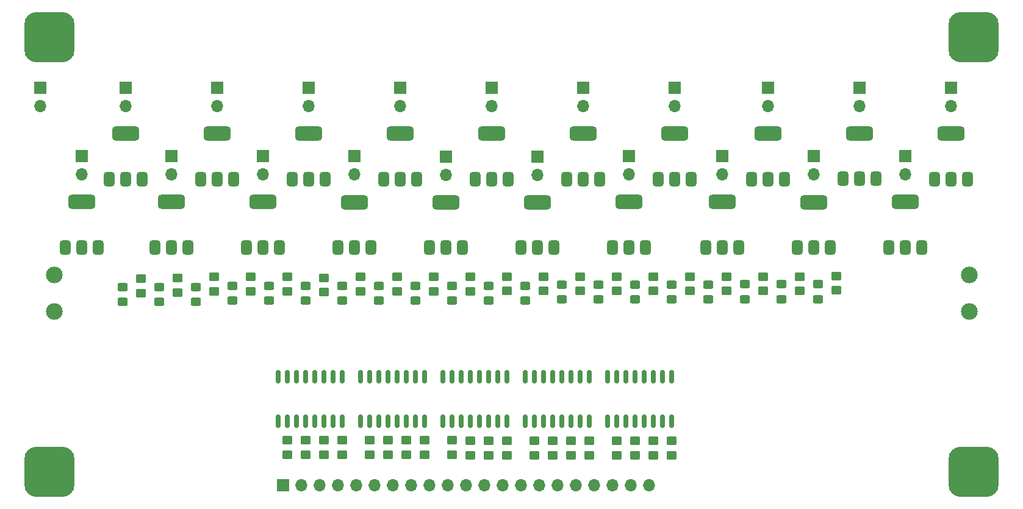
<source format=gbr>
%TF.GenerationSoftware,KiCad,Pcbnew,9.0.0*%
%TF.CreationDate,2025-03-11T14:00:59-06:00*%
%TF.ProjectId,Solenoid Breakout Board,536f6c65-6e6f-4696-9420-427265616b6f,rev?*%
%TF.SameCoordinates,Original*%
%TF.FileFunction,Soldermask,Top*%
%TF.FilePolarity,Negative*%
%FSLAX46Y46*%
G04 Gerber Fmt 4.6, Leading zero omitted, Abs format (unit mm)*
G04 Created by KiCad (PCBNEW 9.0.0) date 2025-03-11 14:00:59*
%MOMM*%
%LPD*%
G01*
G04 APERTURE LIST*
G04 Aperture macros list*
%AMRoundRect*
0 Rectangle with rounded corners*
0 $1 Rounding radius*
0 $2 $3 $4 $5 $6 $7 $8 $9 X,Y pos of 4 corners*
0 Add a 4 corners polygon primitive as box body*
4,1,4,$2,$3,$4,$5,$6,$7,$8,$9,$2,$3,0*
0 Add four circle primitives for the rounded corners*
1,1,$1+$1,$2,$3*
1,1,$1+$1,$4,$5*
1,1,$1+$1,$6,$7*
1,1,$1+$1,$8,$9*
0 Add four rect primitives between the rounded corners*
20,1,$1+$1,$2,$3,$4,$5,0*
20,1,$1+$1,$4,$5,$6,$7,0*
20,1,$1+$1,$6,$7,$8,$9,0*
20,1,$1+$1,$8,$9,$2,$3,0*%
G04 Aperture macros list end*
%ADD10C,2.311400*%
%ADD11R,1.700000X1.700000*%
%ADD12O,1.700000X1.700000*%
%ADD13RoundRect,0.250000X0.450000X-0.350000X0.450000X0.350000X-0.450000X0.350000X-0.450000X-0.350000X0*%
%ADD14RoundRect,0.250000X0.450000X-0.325000X0.450000X0.325000X-0.450000X0.325000X-0.450000X-0.325000X0*%
%ADD15RoundRect,0.375000X0.375000X-0.625000X0.375000X0.625000X-0.375000X0.625000X-0.375000X-0.625000X0*%
%ADD16RoundRect,0.500000X1.400000X-0.500000X1.400000X0.500000X-1.400000X0.500000X-1.400000X-0.500000X0*%
%ADD17RoundRect,1.746250X-1.746250X-1.746250X1.746250X-1.746250X1.746250X1.746250X-1.746250X1.746250X0*%
%ADD18RoundRect,0.162500X0.162500X-0.750000X0.162500X0.750000X-0.162500X0.750000X-0.162500X-0.750000X0*%
G04 APERTURE END LIST*
D10*
%TO.C,POWER*%
X175895000Y-129540000D03*
X175895000Y-124460000D03*
%TD*%
D11*
%TO.C,L16*%
X147955000Y-98425000D03*
D12*
X147955000Y-100965000D03*
%TD*%
D11*
%TO.C,L10*%
X90565000Y-107950000D03*
D12*
X90565000Y-110490000D03*
%TD*%
D13*
%TO.C,R35*%
X132080000Y-149495000D03*
X132080000Y-147495000D03*
%TD*%
D11*
%TO.C,L8*%
X115965000Y-108000000D03*
D12*
X115965000Y-110540000D03*
%TD*%
D14*
%TO.C,D11*%
X99060000Y-127990500D03*
X99060000Y-125940500D03*
%TD*%
D11*
%TO.C,L9*%
X122315000Y-98470000D03*
D12*
X122315000Y-101010000D03*
%TD*%
D13*
%TO.C,R32*%
X137160000Y-126670500D03*
X137160000Y-124670500D03*
%TD*%
D15*
%TO.C,Q16*%
X145655000Y-111100000D03*
X147955000Y-111100000D03*
D16*
X147955000Y-104800000D03*
D15*
X150255000Y-111100000D03*
%TD*%
D11*
%TO.C,L11*%
X96915000Y-98450000D03*
D12*
X96915000Y-100990000D03*
%TD*%
D14*
%TO.C,D13*%
X119380000Y-127845500D03*
X119380000Y-125795500D03*
%TD*%
D17*
%TO.C,REF\u002A\u002A*%
X176530000Y-91440000D03*
%TD*%
D11*
%TO.C,Power Out*%
X46990000Y-98425000D03*
D12*
X46990000Y-100965000D03*
%TD*%
D13*
%TO.C,R8*%
X60960000Y-126960500D03*
X60960000Y-124960500D03*
%TD*%
D15*
%TO.C,Q10*%
X88265000Y-120650000D03*
X90565000Y-120650000D03*
D16*
X90565000Y-114350000D03*
D15*
X92865000Y-120650000D03*
%TD*%
D13*
%TO.C,R33*%
X127000000Y-149495000D03*
X127000000Y-147495000D03*
%TD*%
D18*
%TO.C,U5*%
X125730000Y-144780000D03*
X127000000Y-144780000D03*
X128270000Y-144780000D03*
X129540000Y-144780000D03*
X130810000Y-144780000D03*
X132080000Y-144780000D03*
X133350000Y-144780000D03*
X134620000Y-144780000D03*
X134620000Y-138605000D03*
X133350000Y-138605000D03*
X132080000Y-138605000D03*
X130810000Y-138605000D03*
X129540000Y-138605000D03*
X128270000Y-138605000D03*
X127000000Y-138605000D03*
X125730000Y-138605000D03*
%TD*%
D13*
%TO.C,R24*%
X101600000Y-126720500D03*
X101600000Y-124720500D03*
%TD*%
%TO.C,R39*%
X152400000Y-126670500D03*
X152400000Y-124670500D03*
%TD*%
D11*
%TO.C,L13*%
X128665000Y-107945000D03*
D12*
X128665000Y-110485000D03*
%TD*%
D15*
%TO.C,Q1*%
X56515000Y-111125000D03*
X58815000Y-111125000D03*
D16*
X58815000Y-104825000D03*
D15*
X61115000Y-111125000D03*
%TD*%
%TO.C,Q4*%
X62865000Y-120600000D03*
X65165000Y-120600000D03*
D16*
X65165000Y-114300000D03*
D15*
X67465000Y-120600000D03*
%TD*%
D14*
%TO.C,D5*%
X78740000Y-127990500D03*
X78740000Y-125940500D03*
%TD*%
D15*
%TO.C,Q20*%
X171055000Y-111100000D03*
X173355000Y-111100000D03*
D16*
X173355000Y-104800000D03*
D15*
X175655000Y-111100000D03*
%TD*%
D14*
%TO.C,D14*%
X124460000Y-127845500D03*
X124460000Y-125795500D03*
%TD*%
D15*
%TO.C,Q3*%
X81915000Y-111125000D03*
X84215000Y-111125000D03*
D16*
X84215000Y-104825000D03*
D15*
X86515000Y-111125000D03*
%TD*%
D14*
%TO.C,D2*%
X63500000Y-128135500D03*
X63500000Y-126085500D03*
%TD*%
D13*
%TO.C,R23*%
X96520000Y-126720500D03*
X96520000Y-124720500D03*
%TD*%
D11*
%TO.C,L15*%
X141605000Y-107950000D03*
D12*
X141605000Y-110490000D03*
%TD*%
D15*
%TO.C,Q15*%
X139305000Y-120600000D03*
X141605000Y-120600000D03*
D16*
X141605000Y-114300000D03*
D15*
X143905000Y-120600000D03*
%TD*%
D13*
%TO.C,R31*%
X132080000Y-126670500D03*
X132080000Y-124670500D03*
%TD*%
%TO.C,R1*%
X83820000Y-149400000D03*
X83820000Y-147400000D03*
%TD*%
%TO.C,R25*%
X115570000Y-149495000D03*
X115570000Y-147495000D03*
%TD*%
%TO.C,R27*%
X120650000Y-149495000D03*
X120650000Y-147495000D03*
%TD*%
D14*
%TO.C,D9*%
X114300000Y-127990500D03*
X114300000Y-125940500D03*
%TD*%
D13*
%TO.C,R34*%
X129540000Y-149495000D03*
X129540000Y-147495000D03*
%TD*%
D11*
%TO.C,L1*%
X58815000Y-98445000D03*
D12*
X58815000Y-100985000D03*
%TD*%
D15*
%TO.C,Q18*%
X158355000Y-111075000D03*
X160655000Y-111075000D03*
D16*
X160655000Y-104775000D03*
D15*
X162955000Y-111075000D03*
%TD*%
D13*
%TO.C,R36*%
X134620000Y-149495000D03*
X134620000Y-147495000D03*
%TD*%
%TO.C,R21*%
X116840000Y-126670500D03*
X116840000Y-124670500D03*
%TD*%
D10*
%TO.C,POWER*%
X48895000Y-124460000D03*
X48895000Y-129540000D03*
%TD*%
D11*
%TO.C,L20*%
X173355000Y-98425000D03*
D12*
X173355000Y-100965000D03*
%TD*%
D13*
%TO.C,R22*%
X91440000Y-126720500D03*
X91440000Y-124720500D03*
%TD*%
D15*
%TO.C,Q7*%
X107315000Y-111125000D03*
X109615000Y-111125000D03*
D16*
X109615000Y-104825000D03*
D15*
X111915000Y-111125000D03*
%TD*%
D13*
%TO.C,R19*%
X106680000Y-126720500D03*
X106680000Y-124720500D03*
%TD*%
D14*
%TO.C,D1*%
X83820000Y-127990500D03*
X83820000Y-125940500D03*
%TD*%
D11*
%TO.C,L17*%
X154305000Y-107950000D03*
D12*
X154305000Y-110490000D03*
%TD*%
D14*
%TO.C,D10*%
X93980000Y-127990500D03*
X93980000Y-125940500D03*
%TD*%
D15*
%TO.C,Q5*%
X69215000Y-111125000D03*
X71515000Y-111125000D03*
D16*
X71515000Y-104825000D03*
D15*
X73815000Y-111125000D03*
%TD*%
D11*
%TO.C,L19*%
X167005000Y-107950000D03*
D12*
X167005000Y-110490000D03*
%TD*%
D13*
%TO.C,R20*%
X111760000Y-126670500D03*
X111760000Y-124670500D03*
%TD*%
D14*
%TO.C,D16*%
X134620000Y-127845500D03*
X134620000Y-125795500D03*
%TD*%
D13*
%TO.C,R17*%
X100330000Y-149400000D03*
X100330000Y-147400000D03*
%TD*%
D15*
%TO.C,Q6*%
X75565000Y-120600000D03*
X77865000Y-120600000D03*
D16*
X77865000Y-114300000D03*
D15*
X80165000Y-120600000D03*
%TD*%
D11*
%TO.C,L7*%
X109615000Y-98470000D03*
D12*
X109615000Y-101010000D03*
%TD*%
D13*
%TO.C,R2*%
X81280000Y-149400000D03*
X81280000Y-147400000D03*
%TD*%
%TO.C,R4*%
X95250000Y-149400000D03*
X95250000Y-147400000D03*
%TD*%
D17*
%TO.C,REF\u002A\u002A*%
X48260000Y-91440000D03*
%TD*%
D15*
%TO.C,Q2*%
X50405000Y-120600000D03*
X52705000Y-120600000D03*
D16*
X52705000Y-114300000D03*
D15*
X55005000Y-120600000D03*
%TD*%
D11*
%TO.C,L2*%
X52705000Y-107950000D03*
D12*
X52705000Y-110490000D03*
%TD*%
D14*
%TO.C,D18*%
X144780000Y-127780000D03*
X144780000Y-125730000D03*
%TD*%
%TO.C,D3*%
X68580000Y-128135500D03*
X68580000Y-126085500D03*
%TD*%
D15*
%TO.C,Q11*%
X94615000Y-111125000D03*
X96915000Y-111125000D03*
D16*
X96915000Y-104825000D03*
D15*
X99215000Y-111125000D03*
%TD*%
D13*
%TO.C,R38*%
X147320000Y-126670500D03*
X147320000Y-124670500D03*
%TD*%
D11*
%TO.C,L12*%
X103265000Y-107995000D03*
D12*
X103265000Y-110535000D03*
%TD*%
D11*
%TO.C,J1*%
X80645000Y-153670000D03*
D12*
X83185000Y-153670000D03*
X85725000Y-153670000D03*
X88265000Y-153670000D03*
X90805000Y-153670000D03*
X93345000Y-153670000D03*
X95885000Y-153670000D03*
X98425000Y-153670000D03*
X100965000Y-153670000D03*
X103505000Y-153670000D03*
X106045000Y-153670000D03*
X108585000Y-153670000D03*
X111125000Y-153670000D03*
X113665000Y-153670000D03*
X116205000Y-153670000D03*
X118745000Y-153670000D03*
X121285000Y-153670000D03*
X123825000Y-153670000D03*
X126365000Y-153670000D03*
X128905000Y-153670000D03*
X131445000Y-153670000D03*
%TD*%
D13*
%TO.C,R3*%
X88900000Y-149400000D03*
X88900000Y-147400000D03*
%TD*%
D15*
%TO.C,Q8*%
X113665000Y-120650000D03*
X115965000Y-120650000D03*
D16*
X115965000Y-114350000D03*
D15*
X118265000Y-120650000D03*
%TD*%
D13*
%TO.C,R13*%
X106680000Y-149495000D03*
X106680000Y-147495000D03*
%TD*%
%TO.C,R26*%
X118110000Y-149495000D03*
X118110000Y-147495000D03*
%TD*%
%TO.C,R9*%
X86360000Y-126815500D03*
X86360000Y-124815500D03*
%TD*%
D15*
%TO.C,Q17*%
X152005000Y-120650000D03*
X154305000Y-120650000D03*
D16*
X154305000Y-114350000D03*
D15*
X156605000Y-120650000D03*
%TD*%
D13*
%TO.C,R16*%
X97790000Y-149400000D03*
X97790000Y-147400000D03*
%TD*%
D11*
%TO.C,L5*%
X71515000Y-98470000D03*
D12*
X71515000Y-101010000D03*
%TD*%
D15*
%TO.C,Q12*%
X100965000Y-120650000D03*
X103265000Y-120650000D03*
D16*
X103265000Y-114350000D03*
D15*
X105565000Y-120650000D03*
%TD*%
D13*
%TO.C,R5*%
X86360000Y-149400000D03*
X86360000Y-147400000D03*
%TD*%
D14*
%TO.C,D12*%
X88900000Y-127990500D03*
X88900000Y-125940500D03*
%TD*%
D11*
%TO.C,L6*%
X77865000Y-107945000D03*
D12*
X77865000Y-110485000D03*
%TD*%
D14*
%TO.C,D4*%
X73660000Y-127990500D03*
X73660000Y-125940500D03*
%TD*%
D15*
%TO.C,Q14*%
X132715000Y-111125000D03*
X135015000Y-111125000D03*
D16*
X135015000Y-104825000D03*
D15*
X137315000Y-111125000D03*
%TD*%
D18*
%TO.C,U3*%
X102870000Y-144780000D03*
X104140000Y-144780000D03*
X105410000Y-144780000D03*
X106680000Y-144780000D03*
X107950000Y-144780000D03*
X109220000Y-144780000D03*
X110490000Y-144780000D03*
X111760000Y-144780000D03*
X111760000Y-138605000D03*
X110490000Y-138605000D03*
X109220000Y-138605000D03*
X107950000Y-138605000D03*
X106680000Y-138605000D03*
X105410000Y-138605000D03*
X104140000Y-138605000D03*
X102870000Y-138605000D03*
%TD*%
D11*
%TO.C,L3*%
X84215000Y-98470000D03*
D12*
X84215000Y-101010000D03*
%TD*%
D14*
%TO.C,D15*%
X129540000Y-127845500D03*
X129540000Y-125795500D03*
%TD*%
D15*
%TO.C,Q9*%
X120015000Y-111125000D03*
X122315000Y-111125000D03*
D16*
X122315000Y-104825000D03*
D15*
X124615000Y-111125000D03*
%TD*%
D17*
%TO.C,REF\u002A\u002A*%
X176530000Y-151765000D03*
%TD*%
D13*
%TO.C,R18*%
X104140000Y-149400000D03*
X104140000Y-147400000D03*
%TD*%
D15*
%TO.C,Q13*%
X126365000Y-120600000D03*
X128665000Y-120600000D03*
D16*
X128665000Y-114300000D03*
D15*
X130965000Y-120600000D03*
%TD*%
D13*
%TO.C,R37*%
X142240000Y-126670500D03*
X142240000Y-124670500D03*
%TD*%
D15*
%TO.C,Q19*%
X164705000Y-120600000D03*
X167005000Y-120600000D03*
D16*
X167005000Y-114300000D03*
D15*
X169305000Y-120600000D03*
%TD*%
D14*
%TO.C,D8*%
X109220000Y-127990500D03*
X109220000Y-125940500D03*
%TD*%
D13*
%TO.C,R40*%
X157480000Y-126575500D03*
X157480000Y-124575500D03*
%TD*%
%TO.C,R28*%
X123190000Y-149495000D03*
X123190000Y-147495000D03*
%TD*%
D14*
%TO.C,D6*%
X58420000Y-128135500D03*
X58420000Y-126085500D03*
%TD*%
D13*
%TO.C,R10*%
X71120000Y-126720500D03*
X71120000Y-124720500D03*
%TD*%
D18*
%TO.C,U2*%
X91440000Y-144780000D03*
X92710000Y-144780000D03*
X93980000Y-144780000D03*
X95250000Y-144780000D03*
X96520000Y-144780000D03*
X97790000Y-144780000D03*
X99060000Y-144780000D03*
X100330000Y-144780000D03*
X100330000Y-138605000D03*
X99060000Y-138605000D03*
X97790000Y-138605000D03*
X96520000Y-138605000D03*
X95250000Y-138605000D03*
X93980000Y-138605000D03*
X92710000Y-138605000D03*
X91440000Y-138605000D03*
%TD*%
D13*
%TO.C,R12*%
X81280000Y-126720500D03*
X81280000Y-124720500D03*
%TD*%
%TO.C,R6*%
X92710000Y-149400000D03*
X92710000Y-147400000D03*
%TD*%
%TO.C,R14*%
X109220000Y-149495000D03*
X109220000Y-147495000D03*
%TD*%
D14*
%TO.C,D17*%
X139700000Y-127845500D03*
X139700000Y-125795500D03*
%TD*%
D13*
%TO.C,R11*%
X76200000Y-126720500D03*
X76200000Y-124720500D03*
%TD*%
D18*
%TO.C,U1*%
X80010000Y-144780000D03*
X81280000Y-144780000D03*
X82550000Y-144780000D03*
X83820000Y-144780000D03*
X85090000Y-144780000D03*
X86360000Y-144780000D03*
X87630000Y-144780000D03*
X88900000Y-144780000D03*
X88900000Y-138605000D03*
X87630000Y-138605000D03*
X86360000Y-138605000D03*
X85090000Y-138605000D03*
X83820000Y-138605000D03*
X82550000Y-138605000D03*
X81280000Y-138605000D03*
X80010000Y-138605000D03*
%TD*%
D14*
%TO.C,D19*%
X149860000Y-127780000D03*
X149860000Y-125730000D03*
%TD*%
%TO.C,D7*%
X104140000Y-127990500D03*
X104140000Y-125940500D03*
%TD*%
%TO.C,D20*%
X154940000Y-127780000D03*
X154940000Y-125730000D03*
%TD*%
D13*
%TO.C,R29*%
X121920000Y-126670500D03*
X121920000Y-124670500D03*
%TD*%
%TO.C,R30*%
X127000000Y-126670500D03*
X127000000Y-124670500D03*
%TD*%
%TO.C,R15*%
X111760000Y-149495000D03*
X111760000Y-147495000D03*
%TD*%
D17*
%TO.C,REF\u002A\u002A*%
X48260000Y-151765000D03*
%TD*%
D18*
%TO.C,U4*%
X114300000Y-144780000D03*
X115570000Y-144780000D03*
X116840000Y-144780000D03*
X118110000Y-144780000D03*
X119380000Y-144780000D03*
X120650000Y-144780000D03*
X121920000Y-144780000D03*
X123190000Y-144780000D03*
X123190000Y-138605000D03*
X121920000Y-138605000D03*
X120650000Y-138605000D03*
X119380000Y-138605000D03*
X118110000Y-138605000D03*
X116840000Y-138605000D03*
X115570000Y-138605000D03*
X114300000Y-138605000D03*
%TD*%
D11*
%TO.C,L4*%
X65165000Y-107945000D03*
D12*
X65165000Y-110485000D03*
%TD*%
D11*
%TO.C,L18*%
X160655000Y-98425000D03*
D12*
X160655000Y-100965000D03*
%TD*%
D13*
%TO.C,R7*%
X66040000Y-126865500D03*
X66040000Y-124865500D03*
%TD*%
D11*
%TO.C,L14*%
X135015000Y-98470000D03*
D12*
X135015000Y-101010000D03*
%TD*%
M02*

</source>
